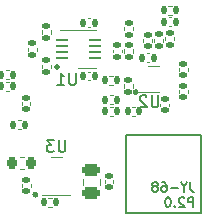
<source format=gbr>
%TF.GenerationSoftware,KiCad,Pcbnew,7.0.9*%
%TF.CreationDate,2024-03-10T22:23:53-07:00*%
%TF.ProjectId,P2.0,50322e30-2e6b-4696-9361-645f70636258,rev?*%
%TF.SameCoordinates,Original*%
%TF.FileFunction,Legend,Bot*%
%TF.FilePolarity,Positive*%
%FSLAX46Y46*%
G04 Gerber Fmt 4.6, Leading zero omitted, Abs format (unit mm)*
G04 Created by KiCad (PCBNEW 7.0.9) date 2024-03-10 22:23:53*
%MOMM*%
%LPD*%
G01*
G04 APERTURE LIST*
G04 Aperture macros list*
%AMRoundRect*
0 Rectangle with rounded corners*
0 $1 Rounding radius*
0 $2 $3 $4 $5 $6 $7 $8 $9 X,Y pos of 4 corners*
0 Add a 4 corners polygon primitive as box body*
4,1,4,$2,$3,$4,$5,$6,$7,$8,$9,$2,$3,0*
0 Add four circle primitives for the rounded corners*
1,1,$1+$1,$2,$3*
1,1,$1+$1,$4,$5*
1,1,$1+$1,$6,$7*
1,1,$1+$1,$8,$9*
0 Add four rect primitives between the rounded corners*
20,1,$1+$1,$2,$3,$4,$5,0*
20,1,$1+$1,$4,$5,$6,$7,0*
20,1,$1+$1,$6,$7,$8,$9,0*
20,1,$1+$1,$8,$9,$2,$3,0*%
G04 Aperture macros list end*
%ADD10C,0.150000*%
%ADD11C,0.120000*%
%ADD12C,0.500000*%
%ADD13R,0.500000X0.250000*%
%ADD14R,0.900000X1.600000*%
%ADD15R,1.450000X2.400000*%
%ADD16RoundRect,0.062500X-0.412500X-0.062500X0.412500X-0.062500X0.412500X0.062500X-0.412500X0.062500X0*%
%ADD17R,1.000000X2.650000*%
%ADD18O,1.700000X1.700000*%
%ADD19R,1.700000X1.700000*%
%ADD20RoundRect,0.140000X-0.170000X0.140000X-0.170000X-0.140000X0.170000X-0.140000X0.170000X0.140000X0*%
%ADD21RoundRect,0.135000X-0.135000X-0.185000X0.135000X-0.185000X0.135000X0.185000X-0.135000X0.185000X0*%
%ADD22RoundRect,0.135000X-0.185000X0.135000X-0.185000X-0.135000X0.185000X-0.135000X0.185000X0.135000X0*%
%ADD23RoundRect,0.140000X0.140000X0.170000X-0.140000X0.170000X-0.140000X-0.170000X0.140000X-0.170000X0*%
%ADD24RoundRect,0.140000X0.170000X-0.140000X0.170000X0.140000X-0.170000X0.140000X-0.170000X-0.140000X0*%
%ADD25RoundRect,0.140000X-0.140000X-0.170000X0.140000X-0.170000X0.140000X0.170000X-0.140000X0.170000X0*%
%ADD26RoundRect,0.135000X0.185000X-0.135000X0.185000X0.135000X-0.185000X0.135000X-0.185000X-0.135000X0*%
%ADD27RoundRect,0.250000X0.475000X-0.250000X0.475000X0.250000X-0.475000X0.250000X-0.475000X-0.250000X0*%
%ADD28RoundRect,0.218750X-0.218750X-0.256250X0.218750X-0.256250X0.218750X0.256250X-0.218750X0.256250X0*%
%ADD29RoundRect,0.135000X0.135000X0.185000X-0.135000X0.185000X-0.135000X-0.185000X0.135000X-0.185000X0*%
G04 APERTURE END LIST*
D10*
X93482268Y-66306295D02*
X93482268Y-66877723D01*
X93482268Y-66877723D02*
X93520363Y-66992009D01*
X93520363Y-66992009D02*
X93596554Y-67068200D01*
X93596554Y-67068200D02*
X93710839Y-67106295D01*
X93710839Y-67106295D02*
X93787030Y-67106295D01*
X92948934Y-66725342D02*
X92948934Y-67106295D01*
X93215601Y-66306295D02*
X92948934Y-66725342D01*
X92948934Y-66725342D02*
X92682268Y-66306295D01*
X92415601Y-66801533D02*
X91806078Y-66801533D01*
X91082268Y-66306295D02*
X91234649Y-66306295D01*
X91234649Y-66306295D02*
X91310840Y-66344390D01*
X91310840Y-66344390D02*
X91348935Y-66382485D01*
X91348935Y-66382485D02*
X91425125Y-66496771D01*
X91425125Y-66496771D02*
X91463221Y-66649152D01*
X91463221Y-66649152D02*
X91463221Y-66953914D01*
X91463221Y-66953914D02*
X91425125Y-67030104D01*
X91425125Y-67030104D02*
X91387030Y-67068200D01*
X91387030Y-67068200D02*
X91310840Y-67106295D01*
X91310840Y-67106295D02*
X91158459Y-67106295D01*
X91158459Y-67106295D02*
X91082268Y-67068200D01*
X91082268Y-67068200D02*
X91044173Y-67030104D01*
X91044173Y-67030104D02*
X91006078Y-66953914D01*
X91006078Y-66953914D02*
X91006078Y-66763438D01*
X91006078Y-66763438D02*
X91044173Y-66687247D01*
X91044173Y-66687247D02*
X91082268Y-66649152D01*
X91082268Y-66649152D02*
X91158459Y-66611057D01*
X91158459Y-66611057D02*
X91310840Y-66611057D01*
X91310840Y-66611057D02*
X91387030Y-66649152D01*
X91387030Y-66649152D02*
X91425125Y-66687247D01*
X91425125Y-66687247D02*
X91463221Y-66763438D01*
X90548935Y-66649152D02*
X90625125Y-66611057D01*
X90625125Y-66611057D02*
X90663220Y-66572961D01*
X90663220Y-66572961D02*
X90701316Y-66496771D01*
X90701316Y-66496771D02*
X90701316Y-66458676D01*
X90701316Y-66458676D02*
X90663220Y-66382485D01*
X90663220Y-66382485D02*
X90625125Y-66344390D01*
X90625125Y-66344390D02*
X90548935Y-66306295D01*
X90548935Y-66306295D02*
X90396554Y-66306295D01*
X90396554Y-66306295D02*
X90320363Y-66344390D01*
X90320363Y-66344390D02*
X90282268Y-66382485D01*
X90282268Y-66382485D02*
X90244173Y-66458676D01*
X90244173Y-66458676D02*
X90244173Y-66496771D01*
X90244173Y-66496771D02*
X90282268Y-66572961D01*
X90282268Y-66572961D02*
X90320363Y-66611057D01*
X90320363Y-66611057D02*
X90396554Y-66649152D01*
X90396554Y-66649152D02*
X90548935Y-66649152D01*
X90548935Y-66649152D02*
X90625125Y-66687247D01*
X90625125Y-66687247D02*
X90663220Y-66725342D01*
X90663220Y-66725342D02*
X90701316Y-66801533D01*
X90701316Y-66801533D02*
X90701316Y-66953914D01*
X90701316Y-66953914D02*
X90663220Y-67030104D01*
X90663220Y-67030104D02*
X90625125Y-67068200D01*
X90625125Y-67068200D02*
X90548935Y-67106295D01*
X90548935Y-67106295D02*
X90396554Y-67106295D01*
X90396554Y-67106295D02*
X90320363Y-67068200D01*
X90320363Y-67068200D02*
X90282268Y-67030104D01*
X90282268Y-67030104D02*
X90244173Y-66953914D01*
X90244173Y-66953914D02*
X90244173Y-66801533D01*
X90244173Y-66801533D02*
X90282268Y-66725342D01*
X90282268Y-66725342D02*
X90320363Y-66687247D01*
X90320363Y-66687247D02*
X90396554Y-66649152D01*
X93710839Y-68394295D02*
X93710839Y-67594295D01*
X93710839Y-67594295D02*
X93406077Y-67594295D01*
X93406077Y-67594295D02*
X93329887Y-67632390D01*
X93329887Y-67632390D02*
X93291792Y-67670485D01*
X93291792Y-67670485D02*
X93253696Y-67746676D01*
X93253696Y-67746676D02*
X93253696Y-67860961D01*
X93253696Y-67860961D02*
X93291792Y-67937152D01*
X93291792Y-67937152D02*
X93329887Y-67975247D01*
X93329887Y-67975247D02*
X93406077Y-68013342D01*
X93406077Y-68013342D02*
X93710839Y-68013342D01*
X92948935Y-67670485D02*
X92910839Y-67632390D01*
X92910839Y-67632390D02*
X92834649Y-67594295D01*
X92834649Y-67594295D02*
X92644173Y-67594295D01*
X92644173Y-67594295D02*
X92567982Y-67632390D01*
X92567982Y-67632390D02*
X92529887Y-67670485D01*
X92529887Y-67670485D02*
X92491792Y-67746676D01*
X92491792Y-67746676D02*
X92491792Y-67822866D01*
X92491792Y-67822866D02*
X92529887Y-67937152D01*
X92529887Y-67937152D02*
X92987030Y-68394295D01*
X92987030Y-68394295D02*
X92491792Y-68394295D01*
X92148934Y-68318104D02*
X92110839Y-68356200D01*
X92110839Y-68356200D02*
X92148934Y-68394295D01*
X92148934Y-68394295D02*
X92187030Y-68356200D01*
X92187030Y-68356200D02*
X92148934Y-68318104D01*
X92148934Y-68318104D02*
X92148934Y-68394295D01*
X91615601Y-67594295D02*
X91539411Y-67594295D01*
X91539411Y-67594295D02*
X91463220Y-67632390D01*
X91463220Y-67632390D02*
X91425125Y-67670485D01*
X91425125Y-67670485D02*
X91387030Y-67746676D01*
X91387030Y-67746676D02*
X91348935Y-67899057D01*
X91348935Y-67899057D02*
X91348935Y-68089533D01*
X91348935Y-68089533D02*
X91387030Y-68241914D01*
X91387030Y-68241914D02*
X91425125Y-68318104D01*
X91425125Y-68318104D02*
X91463220Y-68356200D01*
X91463220Y-68356200D02*
X91539411Y-68394295D01*
X91539411Y-68394295D02*
X91615601Y-68394295D01*
X91615601Y-68394295D02*
X91691792Y-68356200D01*
X91691792Y-68356200D02*
X91729887Y-68318104D01*
X91729887Y-68318104D02*
X91767982Y-68241914D01*
X91767982Y-68241914D02*
X91806078Y-68089533D01*
X91806078Y-68089533D02*
X91806078Y-67899057D01*
X91806078Y-67899057D02*
X91767982Y-67746676D01*
X91767982Y-67746676D02*
X91729887Y-67670485D01*
X91729887Y-67670485D02*
X91691792Y-67632390D01*
X91691792Y-67632390D02*
X91615601Y-67594295D01*
X88025000Y-68900000D02*
X94375000Y-68900000D01*
X94375000Y-62300000D01*
X88025000Y-62300000D01*
X88025000Y-68900000D01*
X90761904Y-58954819D02*
X90761904Y-59764342D01*
X90761904Y-59764342D02*
X90714285Y-59859580D01*
X90714285Y-59859580D02*
X90666666Y-59907200D01*
X90666666Y-59907200D02*
X90571428Y-59954819D01*
X90571428Y-59954819D02*
X90380952Y-59954819D01*
X90380952Y-59954819D02*
X90285714Y-59907200D01*
X90285714Y-59907200D02*
X90238095Y-59859580D01*
X90238095Y-59859580D02*
X90190476Y-59764342D01*
X90190476Y-59764342D02*
X90190476Y-58954819D01*
X89761904Y-59050057D02*
X89714285Y-59002438D01*
X89714285Y-59002438D02*
X89619047Y-58954819D01*
X89619047Y-58954819D02*
X89380952Y-58954819D01*
X89380952Y-58954819D02*
X89285714Y-59002438D01*
X89285714Y-59002438D02*
X89238095Y-59050057D01*
X89238095Y-59050057D02*
X89190476Y-59145295D01*
X89190476Y-59145295D02*
X89190476Y-59240533D01*
X89190476Y-59240533D02*
X89238095Y-59383390D01*
X89238095Y-59383390D02*
X89809523Y-59954819D01*
X89809523Y-59954819D02*
X89190476Y-59954819D01*
X83786904Y-57054819D02*
X83786904Y-57864342D01*
X83786904Y-57864342D02*
X83739285Y-57959580D01*
X83739285Y-57959580D02*
X83691666Y-58007200D01*
X83691666Y-58007200D02*
X83596428Y-58054819D01*
X83596428Y-58054819D02*
X83405952Y-58054819D01*
X83405952Y-58054819D02*
X83310714Y-58007200D01*
X83310714Y-58007200D02*
X83263095Y-57959580D01*
X83263095Y-57959580D02*
X83215476Y-57864342D01*
X83215476Y-57864342D02*
X83215476Y-57054819D01*
X82215476Y-58054819D02*
X82786904Y-58054819D01*
X82501190Y-58054819D02*
X82501190Y-57054819D01*
X82501190Y-57054819D02*
X82596428Y-57197676D01*
X82596428Y-57197676D02*
X82691666Y-57292914D01*
X82691666Y-57292914D02*
X82786904Y-57340533D01*
X82886904Y-62729819D02*
X82886904Y-63539342D01*
X82886904Y-63539342D02*
X82839285Y-63634580D01*
X82839285Y-63634580D02*
X82791666Y-63682200D01*
X82791666Y-63682200D02*
X82696428Y-63729819D01*
X82696428Y-63729819D02*
X82505952Y-63729819D01*
X82505952Y-63729819D02*
X82410714Y-63682200D01*
X82410714Y-63682200D02*
X82363095Y-63634580D01*
X82363095Y-63634580D02*
X82315476Y-63539342D01*
X82315476Y-63539342D02*
X82315476Y-62729819D01*
X81934523Y-62729819D02*
X81315476Y-62729819D01*
X81315476Y-62729819D02*
X81648809Y-63110771D01*
X81648809Y-63110771D02*
X81505952Y-63110771D01*
X81505952Y-63110771D02*
X81410714Y-63158390D01*
X81410714Y-63158390D02*
X81363095Y-63206009D01*
X81363095Y-63206009D02*
X81315476Y-63301247D01*
X81315476Y-63301247D02*
X81315476Y-63539342D01*
X81315476Y-63539342D02*
X81363095Y-63634580D01*
X81363095Y-63634580D02*
X81410714Y-63682200D01*
X81410714Y-63682200D02*
X81505952Y-63729819D01*
X81505952Y-63729819D02*
X81791666Y-63729819D01*
X81791666Y-63729819D02*
X81886904Y-63682200D01*
X81886904Y-63682200D02*
X81934523Y-63634580D01*
D11*
%TO.C,U2*%
X88850000Y-58670000D02*
X90850000Y-58670000D01*
X90850000Y-56430000D02*
X89850000Y-56430000D01*
D12*
X88850001Y-58670000D02*
G75*
G03*
X88850001Y-58670000I-1J0D01*
G01*
D11*
%TO.C,U1*%
X83980000Y-56660000D02*
X85480000Y-56660000D01*
X82480000Y-53440000D02*
X85480000Y-53440000D01*
D12*
X82180001Y-56550000D02*
G75*
G03*
X82180001Y-56550000I-1J0D01*
G01*
D11*
%TO.C,U3*%
X80900000Y-67370000D02*
X83270000Y-67370000D01*
X82650000Y-64130000D02*
X81650000Y-64130000D01*
D12*
X80350001Y-67350000D02*
G75*
G03*
X80350001Y-67350000I-1J0D01*
G01*
D11*
%TO.C,C4*%
X90210000Y-54212164D02*
X90210000Y-54427836D01*
X89490000Y-54212164D02*
X89490000Y-54427836D01*
%TO.C,R17*%
X77836359Y-57580000D02*
X78143641Y-57580000D01*
X77836359Y-56820000D02*
X78143641Y-56820000D01*
%TO.C,R1*%
X81660000Y-56346359D02*
X81660000Y-56653641D01*
X80900000Y-56346359D02*
X80900000Y-56653641D01*
%TO.C,C24*%
X90007836Y-56110000D02*
X89792164Y-56110000D01*
X90007836Y-55390000D02*
X89792164Y-55390000D01*
%TO.C,C26*%
X86240000Y-66327836D02*
X86240000Y-66112164D01*
X86960000Y-66327836D02*
X86960000Y-66112164D01*
%TO.C,C5*%
X91642164Y-53060000D02*
X91857836Y-53060000D01*
X91642164Y-52340000D02*
X91857836Y-52340000D01*
%TO.C,R5*%
X87870000Y-55056359D02*
X87870000Y-55363641D01*
X88630000Y-55056359D02*
X88630000Y-55363641D01*
%TO.C,C25*%
X90940000Y-59857836D02*
X90940000Y-59642164D01*
X91660000Y-59857836D02*
X91660000Y-59642164D01*
%TO.C,R2*%
X80900000Y-53753641D02*
X80900000Y-53446359D01*
X81660000Y-53753641D02*
X81660000Y-53446359D01*
%TO.C,C8*%
X79240000Y-66687836D02*
X79240000Y-66472164D01*
X79960000Y-66687836D02*
X79960000Y-66472164D01*
%TO.C,C23*%
X84792164Y-52440000D02*
X85007836Y-52440000D01*
X84792164Y-53160000D02*
X85007836Y-53160000D01*
%TO.C,C1*%
X87660000Y-55287836D02*
X87660000Y-55072164D01*
X86940000Y-55287836D02*
X86940000Y-55072164D01*
%TO.C,C7*%
X79190000Y-59737836D02*
X79190000Y-59522164D01*
X79910000Y-59737836D02*
X79910000Y-59522164D01*
%TO.C,C9*%
X84365000Y-66511252D02*
X84365000Y-65988748D01*
X85835000Y-66511252D02*
X85835000Y-65988748D01*
%TO.C,R14*%
X78846359Y-61070000D02*
X79153641Y-61070000D01*
X78846359Y-61830000D02*
X79153641Y-61830000D01*
%TO.C,L1*%
X79037221Y-65210000D02*
X79362779Y-65210000D01*
X79037221Y-64190000D02*
X79362779Y-64190000D01*
%TO.C,R10*%
X86943641Y-59920000D02*
X86636359Y-59920000D01*
X86943641Y-60680000D02*
X86636359Y-60680000D01*
%TO.C,R11*%
X91180000Y-54146359D02*
X91180000Y-54453641D01*
X90420000Y-54146359D02*
X90420000Y-54453641D01*
%TO.C,R16*%
X78143641Y-58570000D02*
X77836359Y-58570000D01*
X78143641Y-57810000D02*
X77836359Y-57810000D01*
%TO.C,R8*%
X91903641Y-52130000D02*
X91596359Y-52130000D01*
X91903641Y-51370000D02*
X91596359Y-51370000D01*
%TO.C,C22*%
X84792164Y-56940000D02*
X85007836Y-56940000D01*
X84792164Y-57660000D02*
X85007836Y-57660000D01*
%TO.C,C6*%
X93235000Y-56667164D02*
X93235000Y-56882836D01*
X92515000Y-56667164D02*
X92515000Y-56882836D01*
%TO.C,C3*%
X92515000Y-58732836D02*
X92515000Y-58517164D01*
X93235000Y-58732836D02*
X93235000Y-58517164D01*
%TO.C,R4*%
X87870000Y-53453641D02*
X87870000Y-53146359D01*
X88630000Y-53453641D02*
X88630000Y-53146359D01*
%TO.C,R3*%
X79700000Y-55213641D02*
X79700000Y-54906359D01*
X80460000Y-55213641D02*
X80460000Y-54906359D01*
%TO.C,R6*%
X87820000Y-58303641D02*
X87820000Y-57996359D01*
X88580000Y-58303641D02*
X88580000Y-57996359D01*
%TO.C,C2*%
X88757836Y-59940000D02*
X88542164Y-59940000D01*
X88757836Y-60660000D02*
X88542164Y-60660000D01*
%TO.C,R19*%
X81446359Y-67620000D02*
X81753641Y-67620000D01*
X81446359Y-68380000D02*
X81753641Y-68380000D01*
%TO.C,R9*%
X86943641Y-58920000D02*
X86636359Y-58920000D01*
X86943641Y-59680000D02*
X86636359Y-59680000D01*
%TO.C,R7*%
X86903641Y-58030000D02*
X86596359Y-58030000D01*
X86903641Y-57270000D02*
X86596359Y-57270000D01*
%TO.C,R12*%
X92130000Y-53996359D02*
X92130000Y-54303641D01*
X91370000Y-53996359D02*
X91370000Y-54303641D01*
%TD*%
%LPC*%
D13*
%TO.C,U2*%
X89400000Y-58300000D03*
X89400000Y-57800000D03*
X89400000Y-57300000D03*
X89400000Y-56800000D03*
X91300000Y-56800000D03*
X91300000Y-57300000D03*
X91300000Y-57800000D03*
X91300000Y-58300000D03*
D14*
X90350000Y-57550000D03*
%TD*%
D15*
%TO.C,U1*%
X83980000Y-55050000D03*
D16*
X85380000Y-55800000D03*
X85380000Y-55300000D03*
X85380000Y-54800000D03*
X85380000Y-54300000D03*
X82580000Y-54300000D03*
X82580000Y-54800000D03*
X82580000Y-55300000D03*
X82580000Y-55800000D03*
%TD*%
D13*
%TO.C,U3*%
X81200000Y-67000000D03*
X81200000Y-66500000D03*
X81200000Y-66000000D03*
X81200000Y-65500000D03*
X81200000Y-65000000D03*
X81200000Y-64500000D03*
X83100000Y-64500000D03*
X83100000Y-65000000D03*
X83100000Y-65500000D03*
X83100000Y-66000000D03*
X83100000Y-66500000D03*
X83100000Y-67000000D03*
D17*
X82150000Y-65750000D03*
%TD*%
D18*
%TO.C,J1*%
X76500000Y-54290000D03*
D19*
X76500000Y-51750000D03*
%TD*%
%TO.C,BT1*%
X76525000Y-64800000D03*
D18*
X76525000Y-67340000D03*
%TD*%
D20*
%TO.C,C4*%
X89850000Y-53840000D03*
X89850000Y-54800000D03*
%TD*%
D21*
%TO.C,R17*%
X78500000Y-57200000D03*
X77480000Y-57200000D03*
%TD*%
D22*
%TO.C,R1*%
X81280000Y-55990000D03*
X81280000Y-57010000D03*
%TD*%
D23*
%TO.C,C24*%
X90380000Y-55750000D03*
X89420000Y-55750000D03*
%TD*%
D24*
%TO.C,C26*%
X86600000Y-66700000D03*
X86600000Y-65740000D03*
%TD*%
D25*
%TO.C,C5*%
X92230000Y-52700000D03*
X91270000Y-52700000D03*
%TD*%
D22*
%TO.C,R5*%
X88250000Y-55720000D03*
X88250000Y-54700000D03*
%TD*%
D24*
%TO.C,C25*%
X91300000Y-60230000D03*
X91300000Y-59270000D03*
%TD*%
D26*
%TO.C,R2*%
X81280000Y-54110000D03*
X81280000Y-53090000D03*
%TD*%
D24*
%TO.C,C8*%
X79600000Y-67060000D03*
X79600000Y-66100000D03*
%TD*%
D25*
%TO.C,C23*%
X84420000Y-52800000D03*
X85380000Y-52800000D03*
%TD*%
D24*
%TO.C,C1*%
X87300000Y-54700000D03*
X87300000Y-55660000D03*
%TD*%
%TO.C,C7*%
X79550000Y-60110000D03*
X79550000Y-59150000D03*
%TD*%
D27*
%TO.C,C9*%
X85100000Y-67200000D03*
X85100000Y-65300000D03*
%TD*%
D21*
%TO.C,R14*%
X78490000Y-61450000D03*
X79510000Y-61450000D03*
%TD*%
D28*
%TO.C,L1*%
X79987500Y-64700000D03*
X78412500Y-64700000D03*
%TD*%
D29*
%TO.C,R10*%
X86280000Y-60300000D03*
X87300000Y-60300000D03*
%TD*%
D22*
%TO.C,R11*%
X90800000Y-53790000D03*
X90800000Y-54810000D03*
%TD*%
D29*
%TO.C,R16*%
X78500000Y-58190000D03*
X77480000Y-58190000D03*
%TD*%
%TO.C,R8*%
X92260000Y-51750000D03*
X91240000Y-51750000D03*
%TD*%
D25*
%TO.C,C22*%
X84420000Y-57300000D03*
X85380000Y-57300000D03*
%TD*%
D20*
%TO.C,C6*%
X92875000Y-56295000D03*
X92875000Y-57255000D03*
%TD*%
D24*
%TO.C,C3*%
X92875000Y-59105000D03*
X92875000Y-58145000D03*
%TD*%
D26*
%TO.C,R4*%
X88250000Y-53810000D03*
X88250000Y-52790000D03*
%TD*%
%TO.C,R3*%
X80080000Y-55570000D03*
X80080000Y-54550000D03*
%TD*%
%TO.C,R6*%
X88200000Y-58660000D03*
X88200000Y-57640000D03*
%TD*%
D23*
%TO.C,C2*%
X88170000Y-60300000D03*
X89130000Y-60300000D03*
%TD*%
D21*
%TO.C,R19*%
X81090000Y-68000000D03*
X82110000Y-68000000D03*
%TD*%
D29*
%TO.C,R9*%
X86280000Y-59300000D03*
X87300000Y-59300000D03*
%TD*%
%TO.C,R7*%
X87260000Y-57650000D03*
X86240000Y-57650000D03*
%TD*%
D22*
%TO.C,R12*%
X91750000Y-53640000D03*
X91750000Y-54660000D03*
%TD*%
%LPD*%
M02*

</source>
